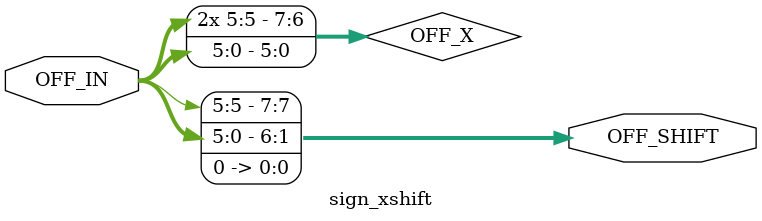
<source format=v>
module sign_xshift(OFF_IN,OFF_SHIFT);

input  [5:0]OFF_IN;
output [7:0]OFF_SHIFT;
wire [7:0]OFF_X;

assign OFF_X [7:0] = {OFF_IN[5], OFF_IN[5], OFF_IN[5:0]};

assign OFF_SHIFT[7:0]={OFF_X[6:0],1'b0};


endmodule
</source>
